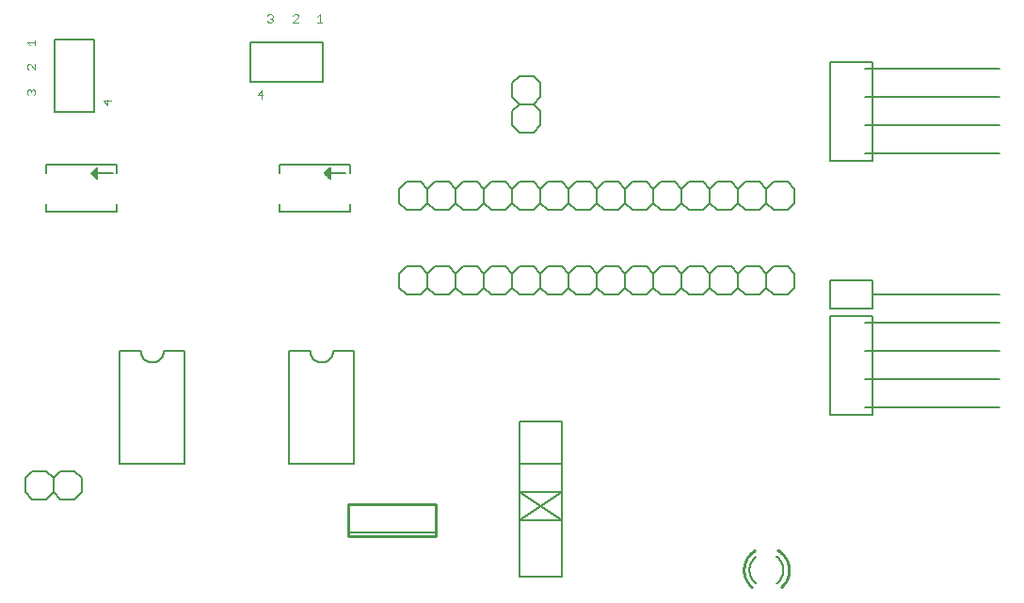
<source format=gto>
G75*
%MOIN*%
%OFA0B0*%
%FSLAX25Y25*%
%IPPOS*%
%LPD*%
%AMOC8*
5,1,8,0,0,1.08239X$1,22.5*
%
%ADD10C,0.00800*%
%ADD11C,0.00400*%
%ADD12C,0.00600*%
%ADD13C,0.01000*%
%ADD14C,0.00500*%
D10*
X0072700Y0191800D02*
X0072700Y0217600D01*
X0086700Y0217600D01*
X0086700Y0191800D01*
X0072700Y0191800D01*
X0141800Y0202700D02*
X0167600Y0202700D01*
X0167600Y0216700D01*
X0141800Y0216700D01*
X0141800Y0202700D01*
D11*
X0145855Y0199502D02*
X0144453Y0198101D01*
X0146322Y0198101D01*
X0145855Y0196700D02*
X0145855Y0199502D01*
X0148402Y0223700D02*
X0147935Y0224167D01*
X0148402Y0223700D02*
X0149336Y0223700D01*
X0149803Y0224167D01*
X0149803Y0224634D01*
X0149336Y0225101D01*
X0148869Y0225101D01*
X0149336Y0225101D02*
X0149803Y0225568D01*
X0149803Y0226035D01*
X0149336Y0226502D01*
X0148402Y0226502D01*
X0147935Y0226035D01*
X0157035Y0226072D02*
X0157502Y0226539D01*
X0158436Y0226539D01*
X0158903Y0226072D01*
X0158903Y0225605D01*
X0157035Y0223737D01*
X0158903Y0223737D01*
X0165546Y0223700D02*
X0167415Y0223700D01*
X0166481Y0223700D02*
X0166481Y0226502D01*
X0165546Y0225568D01*
X0092700Y0195855D02*
X0089898Y0195855D01*
X0091299Y0194453D01*
X0091299Y0196322D01*
X0065700Y0198402D02*
X0065233Y0197935D01*
X0065700Y0198402D02*
X0065700Y0199336D01*
X0065233Y0199803D01*
X0064766Y0199803D01*
X0064299Y0199336D01*
X0064299Y0198869D01*
X0064299Y0199336D02*
X0063832Y0199803D01*
X0063365Y0199803D01*
X0062898Y0199336D01*
X0062898Y0198402D01*
X0063365Y0197935D01*
X0063328Y0207035D02*
X0062861Y0207502D01*
X0062861Y0208436D01*
X0063328Y0208903D01*
X0063795Y0208903D01*
X0065663Y0207035D01*
X0065663Y0208903D01*
X0065700Y0215546D02*
X0065700Y0217415D01*
X0065700Y0216481D02*
X0062898Y0216481D01*
X0063832Y0215546D01*
D12*
X0062200Y0057200D02*
X0064700Y0054700D01*
X0069700Y0054700D01*
X0072200Y0057200D01*
X0072200Y0062200D01*
X0069700Y0064700D01*
X0064700Y0064700D01*
X0062200Y0062200D01*
X0062200Y0057200D01*
X0072200Y0057200D02*
X0074700Y0054700D01*
X0079700Y0054700D01*
X0082200Y0057200D01*
X0082200Y0062200D01*
X0079700Y0064700D01*
X0074700Y0064700D01*
X0072200Y0062200D01*
X0095700Y0067200D02*
X0118700Y0067200D01*
X0118700Y0107200D01*
X0111200Y0107200D01*
X0111198Y0107074D01*
X0111192Y0106949D01*
X0111182Y0106824D01*
X0111168Y0106699D01*
X0111151Y0106574D01*
X0111129Y0106450D01*
X0111104Y0106327D01*
X0111074Y0106205D01*
X0111041Y0106084D01*
X0111004Y0105964D01*
X0110964Y0105845D01*
X0110919Y0105728D01*
X0110871Y0105611D01*
X0110819Y0105497D01*
X0110764Y0105384D01*
X0110705Y0105273D01*
X0110643Y0105164D01*
X0110577Y0105057D01*
X0110508Y0104952D01*
X0110436Y0104849D01*
X0110361Y0104748D01*
X0110282Y0104650D01*
X0110200Y0104555D01*
X0110116Y0104462D01*
X0110028Y0104372D01*
X0109938Y0104284D01*
X0109845Y0104200D01*
X0109750Y0104118D01*
X0109652Y0104039D01*
X0109551Y0103964D01*
X0109448Y0103892D01*
X0109343Y0103823D01*
X0109236Y0103757D01*
X0109127Y0103695D01*
X0109016Y0103636D01*
X0108903Y0103581D01*
X0108789Y0103529D01*
X0108672Y0103481D01*
X0108555Y0103436D01*
X0108436Y0103396D01*
X0108316Y0103359D01*
X0108195Y0103326D01*
X0108073Y0103296D01*
X0107950Y0103271D01*
X0107826Y0103249D01*
X0107701Y0103232D01*
X0107576Y0103218D01*
X0107451Y0103208D01*
X0107326Y0103202D01*
X0107200Y0103200D01*
X0107074Y0103202D01*
X0106949Y0103208D01*
X0106824Y0103218D01*
X0106699Y0103232D01*
X0106574Y0103249D01*
X0106450Y0103271D01*
X0106327Y0103296D01*
X0106205Y0103326D01*
X0106084Y0103359D01*
X0105964Y0103396D01*
X0105845Y0103436D01*
X0105728Y0103481D01*
X0105611Y0103529D01*
X0105497Y0103581D01*
X0105384Y0103636D01*
X0105273Y0103695D01*
X0105164Y0103757D01*
X0105057Y0103823D01*
X0104952Y0103892D01*
X0104849Y0103964D01*
X0104748Y0104039D01*
X0104650Y0104118D01*
X0104555Y0104200D01*
X0104462Y0104284D01*
X0104372Y0104372D01*
X0104284Y0104462D01*
X0104200Y0104555D01*
X0104118Y0104650D01*
X0104039Y0104748D01*
X0103964Y0104849D01*
X0103892Y0104952D01*
X0103823Y0105057D01*
X0103757Y0105164D01*
X0103695Y0105273D01*
X0103636Y0105384D01*
X0103581Y0105497D01*
X0103529Y0105611D01*
X0103481Y0105728D01*
X0103436Y0105845D01*
X0103396Y0105964D01*
X0103359Y0106084D01*
X0103326Y0106205D01*
X0103296Y0106327D01*
X0103271Y0106450D01*
X0103249Y0106574D01*
X0103232Y0106699D01*
X0103218Y0106824D01*
X0103208Y0106949D01*
X0103202Y0107074D01*
X0103200Y0107200D01*
X0095700Y0107200D01*
X0095700Y0067200D01*
X0155700Y0067200D02*
X0178700Y0067200D01*
X0178700Y0107200D01*
X0171200Y0107200D01*
X0171198Y0107074D01*
X0171192Y0106949D01*
X0171182Y0106824D01*
X0171168Y0106699D01*
X0171151Y0106574D01*
X0171129Y0106450D01*
X0171104Y0106327D01*
X0171074Y0106205D01*
X0171041Y0106084D01*
X0171004Y0105964D01*
X0170964Y0105845D01*
X0170919Y0105728D01*
X0170871Y0105611D01*
X0170819Y0105497D01*
X0170764Y0105384D01*
X0170705Y0105273D01*
X0170643Y0105164D01*
X0170577Y0105057D01*
X0170508Y0104952D01*
X0170436Y0104849D01*
X0170361Y0104748D01*
X0170282Y0104650D01*
X0170200Y0104555D01*
X0170116Y0104462D01*
X0170028Y0104372D01*
X0169938Y0104284D01*
X0169845Y0104200D01*
X0169750Y0104118D01*
X0169652Y0104039D01*
X0169551Y0103964D01*
X0169448Y0103892D01*
X0169343Y0103823D01*
X0169236Y0103757D01*
X0169127Y0103695D01*
X0169016Y0103636D01*
X0168903Y0103581D01*
X0168789Y0103529D01*
X0168672Y0103481D01*
X0168555Y0103436D01*
X0168436Y0103396D01*
X0168316Y0103359D01*
X0168195Y0103326D01*
X0168073Y0103296D01*
X0167950Y0103271D01*
X0167826Y0103249D01*
X0167701Y0103232D01*
X0167576Y0103218D01*
X0167451Y0103208D01*
X0167326Y0103202D01*
X0167200Y0103200D01*
X0167074Y0103202D01*
X0166949Y0103208D01*
X0166824Y0103218D01*
X0166699Y0103232D01*
X0166574Y0103249D01*
X0166450Y0103271D01*
X0166327Y0103296D01*
X0166205Y0103326D01*
X0166084Y0103359D01*
X0165964Y0103396D01*
X0165845Y0103436D01*
X0165728Y0103481D01*
X0165611Y0103529D01*
X0165497Y0103581D01*
X0165384Y0103636D01*
X0165273Y0103695D01*
X0165164Y0103757D01*
X0165057Y0103823D01*
X0164952Y0103892D01*
X0164849Y0103964D01*
X0164748Y0104039D01*
X0164650Y0104118D01*
X0164555Y0104200D01*
X0164462Y0104284D01*
X0164372Y0104372D01*
X0164284Y0104462D01*
X0164200Y0104555D01*
X0164118Y0104650D01*
X0164039Y0104748D01*
X0163964Y0104849D01*
X0163892Y0104952D01*
X0163823Y0105057D01*
X0163757Y0105164D01*
X0163695Y0105273D01*
X0163636Y0105384D01*
X0163581Y0105497D01*
X0163529Y0105611D01*
X0163481Y0105728D01*
X0163436Y0105845D01*
X0163396Y0105964D01*
X0163359Y0106084D01*
X0163326Y0106205D01*
X0163296Y0106327D01*
X0163271Y0106450D01*
X0163249Y0106574D01*
X0163232Y0106699D01*
X0163218Y0106824D01*
X0163208Y0106949D01*
X0163202Y0107074D01*
X0163200Y0107200D01*
X0155700Y0107200D01*
X0155700Y0067200D01*
X0177121Y0042869D02*
X0207279Y0042869D01*
X0328187Y0024818D02*
X0328312Y0024909D01*
X0328434Y0025003D01*
X0328553Y0025101D01*
X0328670Y0025201D01*
X0328784Y0025305D01*
X0328896Y0025411D01*
X0329004Y0025520D01*
X0329110Y0025632D01*
X0329213Y0025747D01*
X0329313Y0025864D01*
X0329411Y0025984D01*
X0329504Y0026106D01*
X0329595Y0026230D01*
X0329683Y0026357D01*
X0329767Y0026486D01*
X0329848Y0026618D01*
X0329925Y0026751D01*
X0329999Y0026886D01*
X0330070Y0027023D01*
X0330137Y0027162D01*
X0330200Y0027302D01*
X0330260Y0027445D01*
X0330316Y0027588D01*
X0330368Y0027733D01*
X0330417Y0027879D01*
X0330462Y0028027D01*
X0330503Y0028175D01*
X0330540Y0028325D01*
X0330574Y0028475D01*
X0330603Y0028627D01*
X0330629Y0028779D01*
X0330651Y0028931D01*
X0330668Y0029084D01*
X0330682Y0029238D01*
X0330692Y0029392D01*
X0330698Y0029546D01*
X0330700Y0029700D01*
X0321017Y0034436D02*
X0320898Y0034342D01*
X0320782Y0034244D01*
X0320668Y0034144D01*
X0320557Y0034040D01*
X0320449Y0033934D01*
X0320343Y0033826D01*
X0320241Y0033714D01*
X0320141Y0033600D01*
X0320043Y0033484D01*
X0319949Y0033365D01*
X0319858Y0033244D01*
X0319770Y0033120D01*
X0319685Y0032994D01*
X0319604Y0032867D01*
X0319525Y0032737D01*
X0319450Y0032605D01*
X0319379Y0032472D01*
X0319310Y0032336D01*
X0319245Y0032199D01*
X0319184Y0032061D01*
X0319126Y0031920D01*
X0319072Y0031779D01*
X0319021Y0031636D01*
X0318974Y0031492D01*
X0318930Y0031347D01*
X0318891Y0031200D01*
X0318855Y0031053D01*
X0318822Y0030905D01*
X0318794Y0030756D01*
X0318769Y0030606D01*
X0318748Y0030456D01*
X0318731Y0030306D01*
X0318717Y0030154D01*
X0318708Y0030003D01*
X0318702Y0029852D01*
X0318700Y0029700D01*
X0328300Y0034500D02*
X0328419Y0034408D01*
X0328536Y0034314D01*
X0328650Y0034216D01*
X0328762Y0034116D01*
X0328872Y0034012D01*
X0328978Y0033907D01*
X0329083Y0033798D01*
X0329184Y0033687D01*
X0329282Y0033573D01*
X0329378Y0033457D01*
X0329471Y0033339D01*
X0329560Y0033218D01*
X0329647Y0033095D01*
X0329730Y0032970D01*
X0329811Y0032843D01*
X0329888Y0032714D01*
X0329962Y0032583D01*
X0330033Y0032450D01*
X0330100Y0032316D01*
X0330164Y0032180D01*
X0330224Y0032042D01*
X0330281Y0031903D01*
X0330334Y0031762D01*
X0330384Y0031620D01*
X0330431Y0031477D01*
X0330473Y0031333D01*
X0330513Y0031188D01*
X0330548Y0031042D01*
X0330580Y0030895D01*
X0330608Y0030747D01*
X0330632Y0030599D01*
X0330653Y0030450D01*
X0330670Y0030300D01*
X0330683Y0030151D01*
X0330692Y0030001D01*
X0330698Y0029850D01*
X0330700Y0029700D01*
X0321017Y0024964D02*
X0320898Y0025058D01*
X0320782Y0025156D01*
X0320668Y0025256D01*
X0320557Y0025360D01*
X0320449Y0025466D01*
X0320343Y0025574D01*
X0320241Y0025686D01*
X0320141Y0025800D01*
X0320043Y0025916D01*
X0319949Y0026035D01*
X0319858Y0026156D01*
X0319770Y0026280D01*
X0319685Y0026406D01*
X0319604Y0026533D01*
X0319525Y0026663D01*
X0319450Y0026795D01*
X0319379Y0026928D01*
X0319310Y0027064D01*
X0319245Y0027201D01*
X0319184Y0027339D01*
X0319126Y0027480D01*
X0319072Y0027621D01*
X0319021Y0027764D01*
X0318974Y0027908D01*
X0318930Y0028053D01*
X0318891Y0028200D01*
X0318855Y0028347D01*
X0318822Y0028495D01*
X0318794Y0028644D01*
X0318769Y0028794D01*
X0318748Y0028944D01*
X0318731Y0029094D01*
X0318717Y0029246D01*
X0318708Y0029397D01*
X0318702Y0029548D01*
X0318700Y0029700D01*
X0317200Y0127200D02*
X0322200Y0127200D01*
X0324700Y0129700D01*
X0327200Y0127200D01*
X0332200Y0127200D01*
X0334700Y0129700D01*
X0334700Y0134700D01*
X0332200Y0137200D01*
X0327200Y0137200D01*
X0324700Y0134700D01*
X0324700Y0129700D01*
X0324700Y0134700D02*
X0322200Y0137200D01*
X0317200Y0137200D01*
X0314700Y0134700D01*
X0314700Y0129700D01*
X0317200Y0127200D01*
X0314700Y0129700D02*
X0312200Y0127200D01*
X0307200Y0127200D01*
X0304700Y0129700D01*
X0302200Y0127200D01*
X0297200Y0127200D01*
X0294700Y0129700D01*
X0292200Y0127200D01*
X0287200Y0127200D01*
X0284700Y0129700D01*
X0282200Y0127200D01*
X0277200Y0127200D01*
X0274700Y0129700D01*
X0272200Y0127200D01*
X0267200Y0127200D01*
X0264700Y0129700D01*
X0262200Y0127200D01*
X0257200Y0127200D01*
X0254700Y0129700D01*
X0252200Y0127200D01*
X0247200Y0127200D01*
X0244700Y0129700D01*
X0242200Y0127200D01*
X0237200Y0127200D01*
X0234700Y0129700D01*
X0232200Y0127200D01*
X0227200Y0127200D01*
X0224700Y0129700D01*
X0222200Y0127200D01*
X0217200Y0127200D01*
X0214700Y0129700D01*
X0212200Y0127200D01*
X0207200Y0127200D01*
X0204700Y0129700D01*
X0202200Y0127200D01*
X0197200Y0127200D01*
X0194700Y0129700D01*
X0194700Y0134700D01*
X0197200Y0137200D01*
X0202200Y0137200D01*
X0204700Y0134700D01*
X0207200Y0137200D01*
X0212200Y0137200D01*
X0214700Y0134700D01*
X0214700Y0129700D01*
X0214700Y0134700D02*
X0217200Y0137200D01*
X0222200Y0137200D01*
X0224700Y0134700D01*
X0227200Y0137200D01*
X0232200Y0137200D01*
X0234700Y0134700D01*
X0237200Y0137200D01*
X0242200Y0137200D01*
X0244700Y0134700D01*
X0244700Y0129700D01*
X0244700Y0134700D02*
X0247200Y0137200D01*
X0252200Y0137200D01*
X0254700Y0134700D01*
X0257200Y0137200D01*
X0262200Y0137200D01*
X0264700Y0134700D01*
X0267200Y0137200D01*
X0272200Y0137200D01*
X0274700Y0134700D01*
X0274700Y0129700D01*
X0274700Y0134700D02*
X0277200Y0137200D01*
X0282200Y0137200D01*
X0284700Y0134700D01*
X0287200Y0137200D01*
X0292200Y0137200D01*
X0294700Y0134700D01*
X0297200Y0137200D01*
X0302200Y0137200D01*
X0304700Y0134700D01*
X0304700Y0129700D01*
X0304700Y0134700D02*
X0307200Y0137200D01*
X0312200Y0137200D01*
X0314700Y0134700D01*
X0294700Y0134700D02*
X0294700Y0129700D01*
X0284700Y0129700D02*
X0284700Y0134700D01*
X0264700Y0134700D02*
X0264700Y0129700D01*
X0254700Y0129700D02*
X0254700Y0134700D01*
X0234700Y0134700D02*
X0234700Y0129700D01*
X0224700Y0129700D02*
X0224700Y0134700D01*
X0204700Y0134700D02*
X0204700Y0129700D01*
X0202200Y0157200D02*
X0197200Y0157200D01*
X0194700Y0159700D01*
X0194700Y0164700D01*
X0197200Y0167200D01*
X0202200Y0167200D01*
X0204700Y0164700D01*
X0207200Y0167200D01*
X0212200Y0167200D01*
X0214700Y0164700D01*
X0217200Y0167200D01*
X0222200Y0167200D01*
X0224700Y0164700D01*
X0227200Y0167200D01*
X0232200Y0167200D01*
X0234700Y0164700D01*
X0237200Y0167200D01*
X0242200Y0167200D01*
X0244700Y0164700D01*
X0247200Y0167200D01*
X0252200Y0167200D01*
X0254700Y0164700D01*
X0257200Y0167200D01*
X0262200Y0167200D01*
X0264700Y0164700D01*
X0267200Y0167200D01*
X0272200Y0167200D01*
X0274700Y0164700D01*
X0277200Y0167200D01*
X0282200Y0167200D01*
X0284700Y0164700D01*
X0287200Y0167200D01*
X0292200Y0167200D01*
X0294700Y0164700D01*
X0297200Y0167200D01*
X0302200Y0167200D01*
X0304700Y0164700D01*
X0307200Y0167200D01*
X0312200Y0167200D01*
X0314700Y0164700D01*
X0317200Y0167200D01*
X0322200Y0167200D01*
X0324700Y0164700D01*
X0327200Y0167200D01*
X0332200Y0167200D01*
X0334700Y0164700D01*
X0334700Y0159700D01*
X0332200Y0157200D01*
X0327200Y0157200D01*
X0324700Y0159700D01*
X0322200Y0157200D01*
X0317200Y0157200D01*
X0314700Y0159700D01*
X0314700Y0164700D01*
X0314700Y0159700D02*
X0312200Y0157200D01*
X0307200Y0157200D01*
X0304700Y0159700D01*
X0302200Y0157200D01*
X0297200Y0157200D01*
X0294700Y0159700D01*
X0292200Y0157200D01*
X0287200Y0157200D01*
X0284700Y0159700D01*
X0284700Y0164700D01*
X0284700Y0159700D02*
X0282200Y0157200D01*
X0277200Y0157200D01*
X0274700Y0159700D01*
X0272200Y0157200D01*
X0267200Y0157200D01*
X0264700Y0159700D01*
X0262200Y0157200D01*
X0257200Y0157200D01*
X0254700Y0159700D01*
X0254700Y0164700D01*
X0254700Y0159700D02*
X0252200Y0157200D01*
X0247200Y0157200D01*
X0244700Y0159700D01*
X0242200Y0157200D01*
X0237200Y0157200D01*
X0234700Y0159700D01*
X0232200Y0157200D01*
X0227200Y0157200D01*
X0224700Y0159700D01*
X0224700Y0164700D01*
X0224700Y0159700D02*
X0222200Y0157200D01*
X0217200Y0157200D01*
X0214700Y0159700D01*
X0212200Y0157200D01*
X0207200Y0157200D01*
X0204700Y0159700D01*
X0202200Y0157200D01*
X0204700Y0159700D02*
X0204700Y0164700D01*
X0214700Y0164700D02*
X0214700Y0159700D01*
X0234700Y0159700D02*
X0234700Y0164700D01*
X0244700Y0164700D02*
X0244700Y0159700D01*
X0264700Y0159700D02*
X0264700Y0164700D01*
X0274700Y0164700D02*
X0274700Y0159700D01*
X0294700Y0159700D02*
X0294700Y0164700D01*
X0304700Y0164700D02*
X0304700Y0159700D01*
X0324700Y0159700D02*
X0324700Y0164700D01*
X0244700Y0187200D02*
X0242200Y0184700D01*
X0237200Y0184700D01*
X0234700Y0187200D01*
X0234700Y0192200D01*
X0237200Y0194700D01*
X0234700Y0197200D01*
X0234700Y0202200D01*
X0237200Y0204700D01*
X0242200Y0204700D01*
X0244700Y0202200D01*
X0244700Y0197200D01*
X0242200Y0194700D01*
X0244700Y0192200D01*
X0244700Y0187200D01*
X0242200Y0194700D02*
X0237200Y0194700D01*
X0177200Y0173400D02*
X0177200Y0170200D01*
X0175700Y0170200D02*
X0169700Y0170200D01*
X0169700Y0171700D01*
X0170200Y0172200D01*
X0170200Y0168200D01*
X0169700Y0168700D01*
X0169700Y0170200D01*
X0168200Y0170200D01*
X0168700Y0169700D01*
X0169200Y0169200D01*
X0169700Y0168700D01*
X0169200Y0169200D02*
X0169200Y0171200D01*
X0168700Y0170700D01*
X0168700Y0169700D01*
X0168200Y0170200D02*
X0168700Y0170700D01*
X0169200Y0171200D02*
X0169700Y0171700D01*
X0177200Y0173400D02*
X0152200Y0173400D01*
X0152200Y0170200D01*
X0152200Y0159200D02*
X0152200Y0156700D01*
X0177200Y0156700D01*
X0177200Y0159200D01*
X0094700Y0159200D02*
X0094700Y0156700D01*
X0069700Y0156700D01*
X0069700Y0159200D01*
X0069700Y0170200D02*
X0069700Y0173400D01*
X0094700Y0173400D01*
X0094700Y0170200D01*
X0093200Y0170200D02*
X0087200Y0170200D01*
X0087200Y0171700D01*
X0087700Y0172200D01*
X0087700Y0168200D01*
X0087200Y0168700D01*
X0087200Y0170200D01*
X0085700Y0170200D01*
X0086200Y0169700D01*
X0086700Y0169200D01*
X0087200Y0168700D01*
X0086700Y0169200D02*
X0086700Y0171200D01*
X0086200Y0170700D01*
X0086200Y0169700D01*
X0085700Y0170200D02*
X0086200Y0170700D01*
X0086700Y0171200D02*
X0087200Y0171700D01*
D13*
X0176688Y0052909D02*
X0176688Y0041491D01*
X0207712Y0041491D01*
X0207712Y0052909D01*
X0176688Y0052909D01*
X0316700Y0029700D02*
X0316702Y0029895D01*
X0316710Y0030091D01*
X0316722Y0030286D01*
X0316738Y0030481D01*
X0316760Y0030676D01*
X0316786Y0030870D01*
X0316817Y0031063D01*
X0316853Y0031255D01*
X0316893Y0031447D01*
X0316938Y0031637D01*
X0316988Y0031826D01*
X0317042Y0032014D01*
X0317101Y0032201D01*
X0317164Y0032386D01*
X0317232Y0032569D01*
X0317305Y0032751D01*
X0317381Y0032931D01*
X0317463Y0033109D01*
X0317548Y0033285D01*
X0317638Y0033459D01*
X0317732Y0033630D01*
X0317830Y0033800D01*
X0317933Y0033966D01*
X0318039Y0034131D01*
X0318149Y0034292D01*
X0318263Y0034451D01*
X0318382Y0034607D01*
X0318503Y0034760D01*
X0318629Y0034910D01*
X0318758Y0035057D01*
X0318891Y0035201D01*
X0319027Y0035341D01*
X0319167Y0035478D01*
X0319310Y0035612D01*
X0319456Y0035742D01*
X0319605Y0035868D01*
X0319758Y0035991D01*
X0319913Y0036110D01*
X0320071Y0036225D01*
X0320232Y0036336D01*
X0320396Y0036443D01*
X0320562Y0036547D01*
X0320731Y0036646D01*
X0332700Y0029700D02*
X0332698Y0029505D01*
X0332691Y0029311D01*
X0332679Y0029117D01*
X0332662Y0028923D01*
X0332641Y0028729D01*
X0332615Y0028536D01*
X0332584Y0028344D01*
X0332549Y0028152D01*
X0332509Y0027962D01*
X0332464Y0027772D01*
X0332415Y0027584D01*
X0332361Y0027397D01*
X0332303Y0027211D01*
X0332240Y0027027D01*
X0332173Y0026844D01*
X0332101Y0026663D01*
X0332025Y0026484D01*
X0331945Y0026307D01*
X0331860Y0026132D01*
X0331771Y0025958D01*
X0331678Y0025788D01*
X0331581Y0025619D01*
X0331479Y0025453D01*
X0331374Y0025289D01*
X0331265Y0025128D01*
X0331152Y0024969D01*
X0331035Y0024814D01*
X0330914Y0024661D01*
X0330789Y0024512D01*
X0330661Y0024365D01*
X0330530Y0024221D01*
X0330395Y0024081D01*
X0330256Y0023944D01*
X0330115Y0023811D01*
X0329970Y0023681D01*
X0329822Y0023554D01*
X0332700Y0029700D02*
X0332698Y0029892D01*
X0332691Y0030084D01*
X0332679Y0030276D01*
X0332663Y0030468D01*
X0332642Y0030659D01*
X0332617Y0030849D01*
X0332587Y0031039D01*
X0332553Y0031228D01*
X0332514Y0031416D01*
X0332470Y0031603D01*
X0332422Y0031789D01*
X0332370Y0031974D01*
X0332313Y0032158D01*
X0332252Y0032340D01*
X0332186Y0032520D01*
X0332116Y0032699D01*
X0332042Y0032877D01*
X0331964Y0033052D01*
X0331881Y0033226D01*
X0331794Y0033397D01*
X0331704Y0033566D01*
X0331609Y0033733D01*
X0331510Y0033898D01*
X0331407Y0034061D01*
X0331300Y0034220D01*
X0331190Y0034378D01*
X0331076Y0034532D01*
X0330958Y0034684D01*
X0330836Y0034833D01*
X0330711Y0034979D01*
X0330583Y0035121D01*
X0330451Y0035261D01*
X0330316Y0035398D01*
X0330177Y0035531D01*
X0330036Y0035661D01*
X0329891Y0035787D01*
X0329743Y0035910D01*
X0329593Y0036029D01*
X0329439Y0036145D01*
X0329283Y0036257D01*
X0329124Y0036365D01*
X0328963Y0036470D01*
X0328799Y0036570D01*
X0328633Y0036666D01*
X0328465Y0036759D01*
X0316700Y0029700D02*
X0316702Y0029507D01*
X0316709Y0029314D01*
X0316721Y0029122D01*
X0316737Y0028929D01*
X0316758Y0028737D01*
X0316784Y0028546D01*
X0316814Y0028356D01*
X0316849Y0028166D01*
X0316888Y0027977D01*
X0316932Y0027789D01*
X0316980Y0027602D01*
X0317033Y0027416D01*
X0317090Y0027232D01*
X0317152Y0027049D01*
X0317218Y0026868D01*
X0317289Y0026688D01*
X0317363Y0026510D01*
X0317442Y0026334D01*
X0317526Y0026160D01*
X0317613Y0025988D01*
X0317705Y0025818D01*
X0317801Y0025651D01*
X0317900Y0025485D01*
X0318004Y0025322D01*
X0318111Y0025162D01*
X0318223Y0025005D01*
X0318338Y0024850D01*
X0318457Y0024698D01*
X0318579Y0024549D01*
X0318705Y0024402D01*
X0318835Y0024259D01*
X0318968Y0024119D01*
X0319104Y0023983D01*
X0319244Y0023849D01*
X0319386Y0023720D01*
X0319532Y0023593D01*
D14*
X0252200Y0027200D02*
X0237200Y0027200D01*
X0237200Y0047200D01*
X0252200Y0057200D01*
X0252200Y0067200D01*
X0237200Y0067200D01*
X0237200Y0057200D01*
X0252200Y0047200D01*
X0252200Y0057200D01*
X0237200Y0057200D01*
X0237200Y0047200D01*
X0252200Y0047200D01*
X0252200Y0027200D01*
X0252200Y0067200D02*
X0252200Y0082200D01*
X0237200Y0082200D01*
X0237200Y0067200D01*
X0347200Y0084700D02*
X0347200Y0119700D01*
X0362200Y0119700D01*
X0362200Y0084700D01*
X0347200Y0084700D01*
X0359700Y0087200D02*
X0407200Y0087200D01*
X0407200Y0097200D02*
X0359700Y0097200D01*
X0359700Y0107200D02*
X0407200Y0107200D01*
X0407200Y0117200D02*
X0359700Y0117200D01*
X0362200Y0122200D02*
X0362200Y0127200D01*
X0407200Y0127200D01*
X0362200Y0127200D02*
X0362200Y0132200D01*
X0347200Y0132200D01*
X0347200Y0122200D01*
X0362200Y0122200D01*
X0362200Y0174700D02*
X0347200Y0174700D01*
X0347200Y0209700D01*
X0362200Y0209700D01*
X0362200Y0174700D01*
X0359700Y0177200D02*
X0407200Y0177200D01*
X0407200Y0187200D02*
X0359700Y0187200D01*
X0359700Y0197200D02*
X0407200Y0197200D01*
X0407200Y0207200D02*
X0359700Y0207200D01*
M02*

</source>
